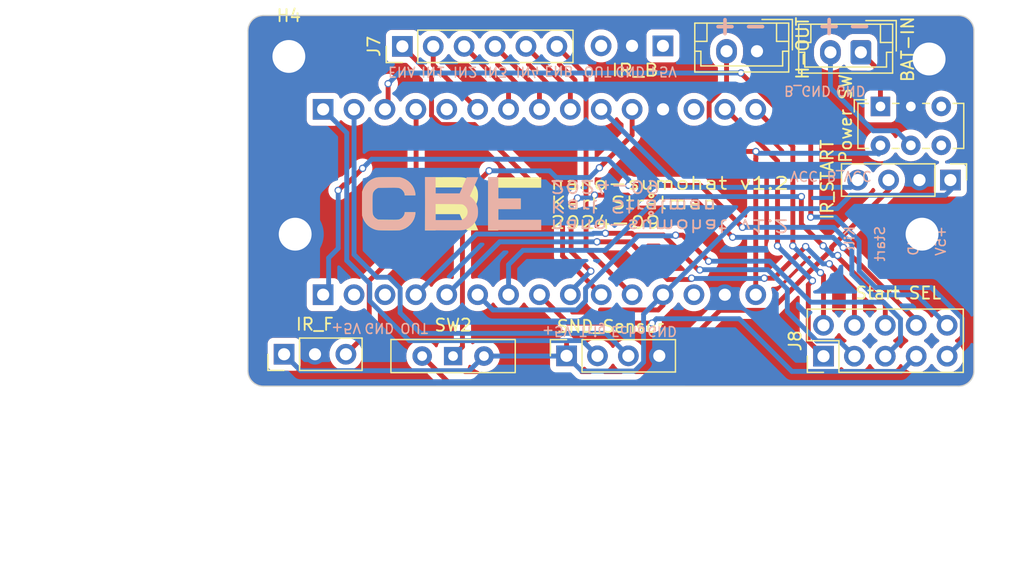
<source format=kicad_pcb>
(kicad_pcb (version 20240108) (generator "pcbnew") (generator_version "8.0")
  (title_block (date "sam. 04 avril 2015"))
  (layers (0 "F.Cu" signal) (31 "B.Cu" signal) (34 "B.Paste" user) (35 "F.Paste" user) (36 "B.SilkS" user "B.Silkscreen") (37 "F.SilkS" user "F.Silkscreen") (38 "B.Mask" user) (39 "F.Mask" user) (44 "Edge.Cuts" user))
  (net 0 "")
  (net 1 "GND")
  (net 2 "/~{RESET1}")
  (net 3 "VCC")
  (net 4 "/*D9")
  (net 5 "/D8")
  (net 6 "/D7")
  (net 7 "/*D6")
  (net 8 "/*D5")
  (net 9 "/D4")
  (net 10 "+5V")
  (net 11 "/A3")
  (net 12 "/A2")
  (net 13 "/A1")
  (net 14 "/A0")
  (net 15 "/AREF")
  (net 16 "/D0{slash}RX")
  (net 17 "/D1{slash}TX")
  (net 18 "+3V3")
  (net 19 "/A7")
  (net 20 "/A6")
  (net 21 "/A5{slash}SCL")
  (net 22 "/A4{slash}SDA")
  (net 23 "/D13{slash}SCK")
  (net 24 "/D2")
  (net 25 "/*D3")
  (net 26 "/*D10{slash}SS")
  (net 27 "/*D11{slash}MOSI")
  (net 28 "/D12{slash}MISO")
  (net 29 "/~{RESET2}")
  (net 30 "/BAT_GND")
  (net 31 "/BAT_VCC")
  (net 34 "/START")
  (footprint "Connector_PinSocket_2.54mm:PinSocket_1x15_P2.54mm_Vertical" (layer "F.Cu") (at 106.19 92.476429 90)
    (property "Reference" "J1" (hide yes))
    (property "Value" "Analog")
    (pad "1" thru_hole rect (at 0 0 90) (size 1.7 1.7) (drill 1) (layers "*.Cu" "*.Mask") (net 23 "/D13{slash}SCK"))
    (pad "2" thru_hole oval (at 0 2.54 90) (size 1.7 1.7) (drill 1) (layers "*.Cu" "*.Mask") (net 18 "+3V3"))
    (pad "3" thru_hole oval (at 0 5.08 90) (size 1.7 1.7) (drill 1) (layers "*.Cu" "*.Mask") (net 15 "/AREF"))
    (pad "4" thru_hole oval (at 0 7.62 90) (size 1.7 1.7) (drill 1) (layers "*.Cu" "*.Mask") (net 14 "/A0"))
    (pad "5" thru_hole oval (at 0 10.16 90) (size 1.7 1.7) (drill 1) (layers "*.Cu" "*.Mask") (net 13 "/A1"))
    (pad "6" thru_hole oval (at 0 12.7 90) (size 1.7 1.7) (drill 1) (layers "*.Cu" "*.Mask") (net 12 "/A2"))
    (pad "7" thru_hole oval (at 0 15.24 90) (size 1.7 1.7) (drill 1) (layers "*.Cu" "*.Mask") (net 11 "/A3"))
    (pad "8" thru_hole oval (at 0 17.78 90) (size 1.7 1.7) (drill 1) (layers "*.Cu" "*.Mask") (net 22 "/A4{slash}SDA"))
    (pad "9" thru_hole oval (at 0 20.32 90) (size 1.7 1.7) (drill 1) (layers "*.Cu" "*.Mask") (net 21 "/A5{slash}SCL"))
    (pad "10" thru_hole oval (at 0 22.86 90) (size 1.7 1.7) (drill 1) (layers "*.Cu" "*.Mask") (net 20 "/A6"))
    (pad "11" thru_hole oval (at 0 25.4 90) (size 1.7 1.7) (drill 1) (layers "*.Cu" "*.Mask") (net 19 "/A7"))
    (pad "12" thru_hole oval (at 0 27.94 90) (size 1.7 1.7) (drill 1) (layers "*.Cu" "*.Mask") (net 10 "+5V"))
    (pad "13" thru_hole oval (at 0 30.48 90) (size 1.7 1.7) (drill 1) (layers "*.Cu" "*.Mask") (net 2 "/~{RESET1}"))
    (pad "14" thru_hole oval (at 0 33.02 90) (size 1.7 1.7) (drill 1) (layers "*.Cu" "*.Mask") (net 1 "GND"))
    (pad "15" thru_hole oval (at 0 35.56 90) (size 1.7 1.7) (drill 1) (layers "*.Cu" "*.Mask") (net 3 "VCC"))
  )
  (footprint "Connector_PinSocket_2.54mm:PinSocket_1x15_P2.54mm_Vertical" (layer "F.Cu") (at 106.19 77.236429 90)
    (property "Reference" "J2" (hide yes))
    (property "Value" "Digital")
    (pad "1" thru_hole rect (at 0 0 90) (size 1.7 1.7) (drill 1) (layers "*.Cu" "*.Mask") (net 28 "/D12{slash}MISO"))
    (pad "2" thru_hole oval (at 0 2.54 90) (size 1.7 1.7) (drill 1) (layers "*.Cu" "*.Mask") (net 27 "/*D11{slash}MOSI"))
    (pad "3" thru_hole oval (at 0 5.08 90) (size 1.7 1.7) (drill 1) (layers "*.Cu" "*.Mask") (net 26 "/*D10{slash}SS"))
    (pad "4" thru_hole oval (at 0 7.62 90) (size 1.7 1.7) (drill 1) (layers "*.Cu" "*.Mask") (net 4 "/*D9"))
    (pad "5" thru_hole oval (at 0 10.16 90) (size 1.7 1.7) (drill 1) (layers "*.Cu" "*.Mask") (net 5 "/D8"))
    (pad "6" thru_hole oval (at 0 12.7 90) (size 1.7 1.7) (drill 1) (layers "*.Cu" "*.Mask") (net 6 "/D7"))
    (pad "7" thru_hole oval (at 0 15.24 90) (size 1.7 1.7) (drill 1) (layers "*.Cu" "*.Mask") (net 7 "/*D6"))
    (pad "8" thru_hole oval (at 0 17.78 90) (size 1.7 1.7) (drill 1) (layers "*.Cu" "*.Mask") (net 8 "/*D5"))
    (pad "9" thru_hole oval (at 0 20.32 90) (size 1.7 1.7) (drill 1) (layers "*.Cu" "*.Mask") (net 9 "/D4"))
    (pad "10" thru_hole oval (at 0 22.86 90) (size 1.7 1.7) (drill 1) (layers "*.Cu" "*.Mask") (net 25 "/*D3"))
    (pad "11" thru_hole oval (at 0 25.4 90) (size 1.7 1.7) (drill 1) (layers "*.Cu" "*.Mask") (net 24 "/D2"))
    (pad "12" thru_hole oval (at 0 27.94 90) (size 1.7 1.7) (drill 1) (layers "*.Cu" "*.Mask") (net 1 "GND"))
    (pad "13" thru_hole oval (at 0 30.48 90) (size 1.7 1.7) (drill 1) (layers "*.Cu" "*.Mask") (net 29 "/~{RESET2}"))
    (pad "14" thru_hole oval (at 0 33.02 90) (size 1.7 1.7) (drill 1) (layers "*.Cu" "*.Mask") (net 16 "/D0{slash}RX"))
    (pad "15" thru_hole oval (at 0 35.56 90) (size 1.7 1.7) (drill 1) (layers "*.Cu" "*.Mask") (net 17 "/D1{slash}TX"))
  )
  (footprint "Connector_JST:JST_EH_B2B-EH-A_1x02_P2.50mm_Vertical" (layer "F.Cu") (at 150.39 72.55 180)
    (property "Reference" "J9" (hide yes))
    (property "Value" "BAT-IN" (at -3.85 0.25 -90) (layer "F.SilkS"))
    (pad "1" thru_hole roundrect (at 0 0 180) (size 1.7 2) (drill 1) (layers "*.Cu" "*.Mask") (roundrect_rratio 0.1470588235) (net 30 "/BAT_GND"))
    (pad "2" thru_hole oval (at 2.5 0 180) (size 1.7 2) (drill 1) (layers "*.Cu" "*.Mask") (net 31 "/BAT_VCC"))
  )
  (footprint "MountingHole:MountingHole_2.7mm_M2.5_DIN965_Pad_TopBottom" (layer "F.Cu") (at 156 73.1)
    (property "Reference" "H2" (hide yes))
    (property "Value" "MountingHole")
    (pad "1" thru_hole circle (at 0 0) (size 3.1 3.1) (drill 2.7) (layers "*.Cu" "*.Mask") (net 1 "GND"))
    (pad "1" connect circle (at 0 0) (size 4.7 4.7) (layers "F.Cu" "F.Mask") (net 1 "GND"))
    (pad "1" connect circle (at 0 0) (size 4.7 4.7) (layers "B.Cu" "B.Mask") (net 1 "GND"))
  )
  (footprint "Connector_PinHeader_2.54mm:PinHeader_1x03_P2.54mm_Vertical" (layer "F.Cu") (at 102.98 97.37 90)
    (property "Reference" "J5" (hide yes))
    (property "Value" "IR_F" (at 2.46 2.525 180) (layer "F.SilkS"))
    (pad "1" thru_hole rect (at 0 0 90) (size 1.7 1.7) (drill 1) (layers "*.Cu" "*.Mask") (net 10 "+5V"))
    (pad "2" thru_hole oval (at 0 2.54 90) (size 1.7 1.7) (drill 1) (layers "*.Cu" "*.Mask") (net 1 "GND"))
    (pad "3" thru_hole oval (at 0 5.08 90) (size 1.7 1.7) (drill 1) (layers "*.Cu" "*.Mask") (net 4 "/*D9"))
  )
  (footprint "Button_Switch_THT:SW_E-Switch_EG1271_SPDT" (layer "F.Cu") (at 152 77)
    (property "Reference" "SW1" (hide yes))
    (property "Value" "Power SW" (at -2.8625 0.99 90) (layer "F.SilkS"))
    (pad "1" thru_hole rect (at 0 0) (size 1.6 1.6) (drill 0.8) (layers "*.Cu" "*.Mask") (net 30 "/BAT_GND"))
    (pad "2" thru_hole circle (at 2.5 0) (size 1.6 1.6) (drill 0.8) (layers "*.Cu" "*.Mask") (net 1 "GND"))
    (pad "3" thru_hole circle (at 5 0) (size 1.6 1.6) (drill 0.8) (layers "*.Cu" "*.Mask"))
    (pad "4" thru_hole circle (at 0 3.2) (size 1.6 1.6) (drill 0.8) (layers "*.Cu" "*.Mask") (net 3 "VCC"))
    (pad "5" thru_hole circle (at 2.5 3.2) (size 1.6 1.6) (drill 0.8) (layers "*.Cu" "*.Mask") (net 31 "/BAT_VCC"))
    (pad "6" thru_hole circle (at 5 3.2) (size 1.6 1.6) (drill 0.8) (layers "*.Cu" "*.Mask"))
  )
  (footprint "MountingHole:MountingHole_2.7mm_M2.5_DIN965_Pad_TopBottom" (layer "F.Cu") (at 155.42 87.5)
    (property "Reference" "H3" (hide yes))
    (property "Value" "MountingHole")
    (pad "1" thru_hole circle (at 0 0) (size 3.1 3.1) (drill 2.7) (layers "*.Cu" "*.Mask") (net 1 "GND"))
    (pad "1" connect circle (at 0 0) (size 4.7 4.7) (layers "F.Cu" "F.Mask") (net 1 "GND"))
    (pad "1" connect circle (at 0 0) (size 4.7 4.7) (layers "B.Cu" "B.Mask") (net 1 "GND"))
  )
  (footprint "Connector_PinSocket_2.54mm:PinSocket_1x04_P2.54mm_Vertical" (layer "F.Cu") (at 126.2 97.5 90)
    (property "Reference" "J6" (hide yes))
    (property "Value" "SND_Sensor" (at 2.414 3.61 180) (layer "F.SilkS"))
    (pad "1" thru_hole rect (at 0 0 90) (size 1.7 1.7) (drill 1) (layers "*.Cu" "*.Mask") (net 10 "+5V"))
    (pad "2" thru_hole oval (at 0 2.54 90) (size 1.7 1.7) (drill 1) (layers "*.Cu" "*.Mask") (net 28 "/D12{slash}MISO"))
    (pad "3" thru_hole oval (at 0 5.08 90) (size 1.7 1.7) (drill 1) (layers "*.Cu" "*.Mask") (net 27 "/*D11{slash}MOSI"))
    (pad "4" thru_hole oval (at 0 7.62 90) (size 1.7 1.7) (drill 1) (layers "*.Cu" "*.Mask") (net 1 "GND"))
  )
  (footprint "Connector_PinHeader_2.54mm:PinHeader_1x06_P2.54mm_Vertical" (layer "F.Cu") (at 112.7 72.06 90)
    (property "Reference" "J7" (at 0 -2.33 90) (layer "F.SilkS"))
    (property "Value" "Motor")
    (pad "1" thru_hole rect (at 0 0 90) (size 1.7 1.7) (drill 1) (layers "*.Cu" "*.Mask") (net 20 "/A6"))
    (pad "2" thru_hole oval (at 0 2.54 90) (size 1.7 1.7) (drill 1) (layers "*.Cu" "*.Mask") (net 6 "/D7"))
    (pad "3" thru_hole oval (at 0 5.08 90) (size 1.7 1.7) (drill 1) (layers "*.Cu" "*.Mask") (net 7 "/*D6"))
    (pad "4" thru_hole oval (at 0 7.62 90) (size 1.7 1.7) (drill 1) (layers "*.Cu" "*.Mask") (net 8 "/*D5"))
    (pad "5" thru_hole oval (at 0 10.16 90) (size 1.7 1.7) (drill 1) (layers "*.Cu" "*.Mask") (net 9 "/D4"))
    (pad "6" thru_hole oval (at 0 12.7 90) (size 1.7 1.7) (drill 1) (layers "*.Cu" "*.Mask") (net 19 "/A7"))
  )
  (footprint "MountingHole:MountingHole_2.7mm_M2.5_DIN965_Pad_TopBottom" (layer "F.Cu") (at 103.37 72.89)
    (property "Reference" "H4" (at 0 -3.35 0) (layer "F.SilkS"))
    (property "Value" "MountingHole")
    (pad "1" thru_hole circle (at 0 0) (size 3.1 3.1) (drill 2.7) (layers "*.Cu" "*.Mask") (net 1 "GND"))
    (pad "1" connect circle (at 0 0) (size 4.7 4.7) (layers "F.Cu" "F.Mask") (net 1 "GND"))
    (pad "1" connect circle (at 0 0) (size 4.7 4.7) (layers "B.Cu" "B.Mask") (net 1 "GND"))
  )
  (footprint "Connector_PinHeader_2.54mm:PinHeader_1x04_P2.54mm_Vertical" (layer "F.Cu") (at 157.75 83.05 -90)
    (property "Reference" "J3" (hide yes))
    (property "Value" "IR_START" (at -0.04 10.12 -90) (layer "F.SilkS"))
    (pad "1" thru_hole rect (at 0 0 270) (size 1.7 1.7) (drill 1) (layers "*.Cu" "*.Mask") (net 10 "+5V"))
    (pad "2" thru_hole oval (at 0 2.54 270) (size 1.7 1.7) (drill 1) (layers "*.Cu" "*.Mask") (net 1 "GND"))
    (pad "3" thru_hole oval (at 0 5.08 270) (size 1.7 1.7) (drill 1) (layers "*.Cu" "*.Mask") (net 34 "/START"))
    (pad "4" thru_hole oval (at 0 7.62 270) (size 1.7 1.7) (drill 1) (layers "*.Cu" "*.Mask") (net 25 "/*D3"))
  )
  (footprint "Button_Switch_THT:SW_Slide-03_Wuerth-WS-SLTV_10x2.5x6.4_P2.54mm" (layer "F.Cu") (at 116.87 97.52)
    (property "Reference" "SW2" (at 0 -2.54 0) (layer "F.SilkS"))
    (property "Value" "~")
    (pad "1" thru_hole rect (at 0 0) (size 1.5 1.5) (drill 0.8) (layers "*.Cu" "*.Mask") (net 24 "/D2"))
    (pad "2" thru_hole circle (at -2.54 0) (size 1.6 1.6) (drill 0.8) (layers "*.Cu" "*.Mask") (net 34 "/START"))
    (pad "3" thru_hole circle (at 2.54 0) (size 1.6 1.6) (drill 0.8) (layers "*.Cu" "*.Mask") (net 10 "+5V"))
  )
  (footprint "Connector_PinHeader_2.54mm:PinHeader_1x03_P2.54mm_Vertical" (layer "F.Cu") (at 134.12 72.02 -90)
    (property "Reference" "J4" (hide yes))
    (property "Value" "IR_B" (at 2 2.29 0) (layer "F.SilkS") (effects (font (size 1 1.2))))
    (pad "1" thru_hole rect (at 0 0 270) (size 1.7 1.7) (drill 1) (layers "*.Cu" "*.Mask") (net 10 "+5V"))
    (pad "2" thru_hole oval (at 0 2.54 270) (size 1.7 1.7) (drill 1) (layers "*.Cu" "*.Mask") (net 1 "GND"))
    (pad "3" thru_hole oval (at 0 5.08 270) (size 1.7 1.7) (drill 1) (layers "*.Cu" "*.Mask") (net 5 "/D8"))
  )
  (footprint "Connector_JST:JST_EH_B2B-EH-A_1x02_P2.50mm_Vertical" (layer "F.Cu") (at 141.85 72.46 180)
    (property "Reference" "J10" (hide yes))
    (property "Value" "H-OUT" (at -3.75 0.25 -90) (layer "F.SilkS"))
    (pad "1" thru_hole roundrect (at 0 0 180) (size 1.7 2) (drill 1) (layers "*.Cu" "*.Mask") (roundrect_rratio 0.1470588235) (net 1 "GND"))
    (pad "2" thru_hole oval (at 2.5 0 180) (size 1.7 2) (drill 1) (layers "*.Cu" "*.Mask") (net 3 "VCC"))
  )
  (footprint "Connector_PinHeader_2.54mm:PinHeader_2x05_P2.54mm_Vertical" (layer "F.Cu") (at 147.32 97.53 90)
    (property "Reference" "J8" (at 1.27 -2.33 90) (layer "F.SilkS"))
    (property "Value" "Extension")
    (pad "1" thru_hole rect (at 0 0 90) (size 1.7 1.7) (drill 1) (layers "*.Cu" "*.Mask") (net 16 "/D0{slash}RX"))
    (pad "2" thru_hole oval (at 2.54 0 90) (size 1.7 1.7) (drill 1) (layers "*.Cu" "*.Mask") (net 17 "/D1{slash}TX"))
    (pad "3" thru_hole oval (at 0 2.54 90) (size 1.7 1.7) (drill 1) (layers "*.Cu" "*.Mask") (net 14 "/A0"))
    (pad "4" thru_hole oval (at 2.54 2.54 90) (size 1.7 1.7) (drill 1) (layers "*.Cu" "*.Mask") (net 13 "/A1"))
    (pad "5" thru_hole oval (at 0 5.08 90) (size 1.7 1.7) (drill 1) (layers "*.Cu" "*.Mask") (net 12 "/A2"))
    (pad "6" thru_hole oval (at 2.54 5.08 90) (size 1.7 1.7) (drill 1) (layers "*.Cu" "*.Mask") (net 11 "/A3"))
    (pad "7" thru_hole oval (at 0 7.62 90) (size 1.7 1.7) (drill 1) (layers "*.Cu" "*.Mask") (net 22 "/A4{slash}SDA"))
    (pad "8" thru_hole oval (at 2.54 7.62 90) (size 1.7 1.7) (drill 1) (layers "*.Cu" "*.Mask") (net 21 "/A5{slash}SCL"))
    (pad "9" thru_hole oval (at 0 10.16 90) (size 1.7 1.7) (drill 1) (layers "*.Cu" "*.Mask") (net 26 "/*D10{slash}SS"))
    (pad "10" thru_hole oval (at 2.54 10.16 90) (size 1.7 1.7) (drill 1) (layers "*.Cu" "*.Mask") (net 23 "/D13{slash}SCK"))
  )
  (footprint "crf:crf_15x15" (layer "F.Cu") (at 116.75 85)
    (property "Reference" "G***" (hide yes))
    (property "Value" "LOGO" (hide yes))
  )
  (footprint "MountingHole:MountingHole_2.7mm_M2.5_DIN965_Pad_TopBottom" (layer "F.Cu") (at 103.89 87.5)
    (property "Reference" "H1" (hide yes))
    (property "Value" "MountingHole")
    (pad "1" thru_hole circle (at 0 0) (size 3.1 3.1) (drill 2.7) (layers "*.Cu" "*.Mask") (net 1 "GND"))
    (pad "1" connect circle (at 0 0) (size 4.7 4.7) (layers "F.Cu" "F.Mask") (net 1 "GND"))
    (pad "1" connect circle (at 0 0) (size 4.7 4.7) (layers "B.Cu" "B.Mask") (net 1 "GND"))
  )
  (footprint "crf:crf_15x15" (layer "B.Cu") (at 116.75 85)
    (property "Reference" "G***" (hide yes))
    (property "Value" "LOGO" (hide yes))
  )
  (gr_arc (start 159.69 98.73) (mid 159.318026 99.628026) (end 158.42 100) (stroke (width 0.1)) (layer "Edge.Cuts"))
  (gr_line (start 158.42 69.52) (end 101.27 69.52) (stroke (width 0.1)) (layer "Edge.Cuts"))
  (gr_arc (start 101.27 100) (mid 100.371974 99.628026) (end 100 98.73) (stroke (width 0.1)) (layer "Edge.Cuts"))
  (gr_line (start 101.27 100) (end 158.42 100) (stroke (width 0.1)) (layer "Edge.Cuts"))
  (gr_line (start 159.69 98.73) (end 159.69 70.79) (stroke (width 0.1)) (layer "Edge.Cuts"))
  (gr_arc (start 158.42 69.52) (mid 159.318026 69.891974) (end 159.69 70.79) (stroke (width 0.1)) (layer "Edge.Cuts"))
  (gr_line (start 100 70.79) (end 100 98.73) (stroke (width 0.1)) (layer "Edge.Cuts"))
  (gr_arc (start 100 70.79) (mid 100.371974 69.891974) (end 101.27 69.52) (stroke (width 0.1)) (layer "Edge.Cuts"))
  (gr_text "B_GND" (at 144 75.25 180) (layer "B.SilkS") (effects (font (size 0.8 0.8) (thickness 0.125) (bold yes)) (justify left bottom mirror)))
  (gr_text "IN4" (at 121.945 73.68 180) (layer "B.SilkS") (effects (font (size 0.8 0.8) (thickness 0.125) (bold yes)) (justify left bottom mirror)))
  (gr_text "IN3" (at 119.27 73.68 180) (layer "B.SilkS") (effects (font (size 0.8 0.8) (thickness 0.125) (bold yes)) (justify left bottom mirror)))
  (gr_text "+5V" (at 157.43 86.75 90) (layer "B.SilkS") (effects (font (size 0.8 0.8) (thickness 0.125) (bold yes)) (justify left bottom mirror)))
  (gr_text "ENB" (at 124.3 73.61 180) (layer "B.SilkS") (effects (font (size 0.8 0.8) (thickness 0.125) (bold yes)) (justify left bottom mirror)))
  (gr_text "GND" (at 130.13 73.66 180) (layer "B.SilkS") (effects (font (size 0.8 0.8) (thickness 0.125) (bold yes)) (justify left bottom mirror)))
  (gr_text "GND" (at 132.75 95 180) (layer "B.SilkS") (effects (font (size 0.8 0.8) (thickness 0.125) (bold yes)) (justify left bottom mirror)))
  (gr_text "+5V" (at 106.775 94.75 180) (layer "B.SilkS") (effects (font (size 0.8 0.8) (thickness 0.125) (bold yes)) (justify left bottom mirror)))
  (gr_text "-" (at 142.86 71.21 -0) (layer "B.SilkS") (effects (font (size 1.5 1.5) (thickness 0.3) (bold yes)) (justify left bottom mirror)))
  (gr_text "+5V" (at 132.73 73.66 180) (layer "B.SilkS") (effects (font (size 0.8 0.8) (thickness 0.125) (bold yes)) (justify left bottom mirror)))
  (gr_text "B_VCC" (at 147.5 82.25 180) (layer "B.SilkS") (effects (font (size 0.8 0.8) (thickness 0.125) (bold yes)) (justify left bottom mirror)))
  (gr_text "Kill" (at 149.93 86.75 90) (layer "B.SilkS") (effects (font (size 0.8 0.8) (thickness 0.125) (bold yes)) (justify left bottom mirror)))
  (gr_text "+" (at 140.35 71.21 -0) (layer "B.SilkS") (effects (font (size 1.5 1.5) (thickness 0.3) (bold yes)) (justify left bottom mirror)))
  (gr_text "Echo" (at 129.775 95 180) (layer "B.SilkS") (effects (font (size 0.8 0.8) (thickness 0.125) (bold yes)) (justify left bottom mirror)))
  (gr_text "Trig" (at 127.175 95 180) (layer "B.SilkS") (effects (font (size 0.8 0.8) (thickness 0.125) (bold yes)) (justify left bottom mirror)))
  (gr_text "IN2" (at 116.795 73.68 180) (layer "B.SilkS") (effects (font (size 0.8 0.8) (thickness 0.125) (bold yes)) (justify left bottom mirror)))
  (gr_text "OUT" (at 127.53 73.66 180) (layer "B.SilkS") (effects (font (size 0.8 0.8) (thickness 0.125) (bold yes)) (justify left bottom mirror)))
  (gr_text "GND" (at 109.5 94.75 180) (layer "B.SilkS") (effects (font (size 0.8 0.8) (thickness 0.125) (bold yes)) (justify left bottom mirror)))
  (gr_text "OUT" (at 112.45 94.75 180) (layer "B.SilkS") (effects (font (size 0.8 0.8) (thickness 0.125) (bold yes)) (justify left bottom mirror)))
  (gr_text "ENA" (at 111.45 73.68 180) (layer "B.SilkS") (effects (font (size 0.8 0.8) (thickness 0.125) (bold yes)) (justify left bottom mirror)))
  (gr_text "+" (at 148.91 71.2 -0) (layer "B.SilkS") (effects (font (size 1.5 1.5) (thickness 0.3) (bold yes)) (justify left bottom mirror)))
  (gr_text "-" (at 151.41 71.2 -0) (layer "B.SilkS") (effects (font (size 1.5 1.5) (thickness 0.3) (bold yes)) (justify left bottom mirror)))
  (gr_text "GND" (at 155.18 86.75 90) (layer "B.SilkS") (effects (font (size 0.8 0.8) (thickness 0.125) (bold yes)) (justify left bottom mirror)))
  (gr_text "IN1" (at 114.17 73.68 180) (layer "B.SilkS") (effects (font (size 0.8 0.8) (thickness 0.125) (bold yes)) (justify left bottom mirror)))
  (gr_text "VCC" (at 144.5 82.25 180) (layer "B.SilkS") (effects (font (size 0.8 0.8) (thickness 0.125) (bold yes)) (justify left bottom mirror)))
  (gr_text "GND" (at 148.25 75.25 180) (layer "B.SilkS") (effects (font (size 0.8 0.8) (thickness 0.125) (bold yes)) (justify left bottom mirror)))
  (gr_text "Start" (at 152.43 86.75 90) (layer "B.SilkS") (effects (font (size 0.8 0.8) (thickness 0.125) (bold yes)) (justify left bottom mirror)))
  (gr_text "nano-sumohat v1.2\nKarl Strålman\n2024-09" (at 124.75 83 180) (layer "B.SilkS") (effects (font (size 1 1.3)) (justify left bottom mirror)))
  (gr_text "+5V" (at 124.1 95 180) (layer "B.SilkS") (effects (font (size 0.8 0.8) (thickness 0.125) (bold yes)) (justify left bottom mirror)))
  (gr_text "nano-sumohat v1.2\nKarl Strålman\n2024-09" (at 124.77 87.13 0) (layer "F.SilkS") (effects (font (size 1 1.3)) (justify left bottom)))
  (gr_text "Start SEL" (at 153.47 92.34 0) (layer "F.SilkS") (effects (font (size 1 1))))
  (segment (start 137.92 78.17) (end 137.92 76.67) (width 0.4) (layer "F.Cu") (net 3))
  (segment (start 141.76 80.7) (end 140.45 80.7) (width 0.4) (layer "F.Cu") (net 3))
  (segment (start 139.35 75.24) (end 139.35 72.46) (width 0.4) (layer "F.Cu") (net 3))
  (segment (start 140.45 80.7) (end 137.92 78.17) (width 0.4) (layer "F.Cu") (net 3))
  (segment (start 137.92 76.67) (end 139.35 75.24) (width 0.4) (layer "F.Cu") (net 3))
  (segment (start 141.75 81.3) (end 141.75 92.476429) (width 0.4) (layer "F.Cu") (net 3))
  (segment (start 141.76 81.29) (end 141.75 81.3) (width 0.4) (layer "F.Cu") (net 3))
  (segment (start 141.76 80.7) (end 141.76 81.29) (width 0.4) (layer "F.Cu") (net 3))
  (via (at 141.76 80.7) (size 0.6) (drill 0.4) (layers "F.Cu" "B.Cu") (net 3))
  (segment (start 141.76 80.7) (end 141.91 80.85) (width 0.4) (layer "B.Cu") (net 3))
  (segment (start 141.91 80.85) (end 151.7825 80.85) (width 0.4) (layer "B.Cu") (net 3))
  (segment (start 151.7825 80.85) (end 151.8525 80.92) (width 0.4) (layer "B.Cu") (net 3))
  (segment (start 109.98 95.45) (end 108.06 97.37) (width 0.4) (layer "F.Cu") (net 4))
  (segment (start 113.81 77.236429) (end 113.83 77.256429) (width 0.4) (layer "F.Cu") (net 4))
  (segment (start 109.98 91.32) (end 109.98 95.45) (width 0.4) (layer "F.Cu") (net 4))
  (segment (start 113.83 77.256429) (end 113.83 87.47) (width 0.4) (layer "F.Cu") (net 4))
  (segment (start 113.83 87.47) (end 109.98 91.32) (width 0.4) (layer "F.Cu") (net 4))
  (segment (start 118.96 77.166429) (end 118.89 77.236429) (width 0.4) (layer "F.Cu") (net 6))
  (segment (start 115.24 73.586429) (end 118.89 77.236429) (width 0.4) (layer "F.Cu") (net 6))
  (segment (start 115.24 72.06) (end 115.24 73.586429) (width 0.4) (layer "F.Cu") (net 6))
  (segment (start 121.43 75.71) (end 121.43 77.236429) (width 0.4) (layer "F.Cu") (net 7))
  (segment (start 121.5 77.166429) (end 121.43 77.236429) (width 0.4) (layer "F.Cu") (net 7))
  (segment (start 117.78 72.06) (end 121.43 75.71) (width 0.4) (layer "F.Cu") (net 7))
  (segment (start 121.503571 77.236429) (end 121.43 77.236429) (width 0.4) (layer "B.Cu") (net 7))
  (segment (start 120.32 72.06) (end 123.97 75.71) (width 0.4) (layer "F.Cu") (net 8))
  (segment (start 124.04 77.166429) (end 123.97 77.236429) (width 0.4) (layer "F.Cu") (net 8))
  (segment (start 123.97 75.71) (end 123.97 77.236429) (width 0.4) (layer "F.Cu") (net 8))
  (segment (start 124.043571 77.236429) (end 123.97 77.236429) (width 0.4) (layer "B.Cu") (net 8))
  (segment (start 126.58 77.166429) (end 126.51 77.236429) (width 0.4) (layer "F.Cu") (net 9))
  (segment (start 126.51 75.71) (end 126.51 77.236429) (width 0.4) (layer "F.Cu") (net 9))
  (segment (start 122.86 72.06) (end 126.51 75.71) (width 0.4) (layer "F.Cu") (net 9))
  (segment (start 126.583571 77.236429) (end 126.51 77.236429) (width 0.4) (layer "B.Cu") (net 9))
  (segment (start 133.733571 93.726429) (end 134.13 93.33) (width 0.4) (layer "F.Cu") (net 10))
  (segment (start 128.983571 93.726429) (end 133.733571 93.726429) (width 0.4) (layer "F.Cu") (net 10))
  (segment (start 126.2 97.5) (end 126.2 96.51) (width 0.4) (layer "F.Cu") (net 10))
  (segment (start 134.13 93.33) (end 134.13 92.476429) (width 0.4) (layer "F.Cu") (net 10))
  (segment (start 102.89 97.28) (end 102.98 97.37) (width 0.4) (layer "F.Cu") (net 10))
  (segment (start 126.2 96.71) (end 126.2 97.5) (width 0.4) (layer "F.Cu") (net 10))
  (segment (start 148.438173 85.4) (end 149.538173 84.3) (width 0.4) (layer "B.Cu") (net 10))
  (segment (start 118.21 98.72) (end 119.41 97.52) (width 0.4) (layer "B.Cu") (net 10))
  (segment (start 134.13 92.476429) (end 141.206429 85.4) (width 0.4) (layer "B.Cu") (net 10))
  (segment (start 102.98 97.37) (end 104.33 98.72) (width 0.4) (layer "B.Cu") (net 10))
  (segment (start 141.206429 85.4) (end 148.438173 85.4) (width 0.4) (layer "B.Cu") (net 10))
  (segment (start 132.53 94.076429) (end 134.13 92.476429) (width 0.4) (layer "B.Cu") (net 10))
  (segment (start 126.18 97.52) (end 126.2 97.5) (width 0.4) (layer "B.Cu") (net 10))
  (segment (start 132.53 98.017767) (end 132.53 94.076429) (width 0.4) (layer "B.Cu") (net 10))
  (segment (start 104.33 98.72) (end 118.21 98.72) (width 0.4) (layer "B.Cu") (net 10))
  (segment (start 127.45 98.75) (end 131.797767 98.75) (width 0.4) (layer "B.Cu") (net 10))
  (segment (start 149.538173 84.3) (end 157.34 84.3) (width 0.4) (layer "B.Cu") (net 10))
  (segment (start 119.41 97.52) (end 126.18 97.52) (width 0.4) (layer "B.Cu") (net 10))
  (segment (start 131.797767 98.75) (end 132.53 98.017767) (width 0.4) (layer "B.Cu") (net 10))
  (segment (start 157.34 84.3) (end 157.83 83.81) (width 0.4) (layer "B.Cu") (net 10))
  (segment (start 126.2 97.5) (end 127.45 98.75) (width 0.4) (layer "B.Cu") (net 10))
  (segment (start 147.29 88.46) (end 145.5 86.67) (width 0.4) (layer "F.Cu") (net 11))
  (segment (start 152.4 93.27) (end 152.4 94.99) (width 0.4) (layer "F.Cu") (net 11))
  (segment (start 145.5 86.67) (end 145.5 84.41) (width 0.4) (layer "F.Cu") (net 11))
  (segment (start 148.482878 89.247023) (end 148.482878 89.352878) (width 0.4) (layer "F.Cu") (net 11))
  (segment (start 148.482878 89.352878) (end 152.4 93.27) (width 0.4) (layer "F.Cu") (net 11))
  (via (at 145.5 84.41) (size 0.6) (drill 0.4) (layers "F.Cu" "B.Cu") (net 11))
  (via (at 148.482878 89.247023) (size 0.6) (drill 0.4) (layers "F.Cu" "B.Cu") (net 11))
  (via (at 147.29 88.46) (size 0.6) (drill 0.4) (layers "F.Cu" "B.Cu") (net 11))
  (segment (start 145.5 84.41) (end 133.78 84.41) (width 0.4) (layer "B.Cu") (net 11))
  (segment (start 148.482878 89.247023) (end 148.077023 89.247023) (width 0.4) (layer "B.Cu") (net 11))
  (segment (start 122.611811 88.828189) (end 121.43 90.01) (width 0.4) (layer "B.Cu") (net 11))
  (segment (start 121.43 90.01) (end 121.43 92.476429) (width 0.4) (layer "B.Cu") (net 11))
  (segment (start 148.077023 89.247023) (end 147.29 88.46) (width 0.4) (layer "B.Cu") (net 11))
  (segment (start 129.361811 88.828189) (end 122.611811 88.828189) (width 0.4) (layer "B.Cu") (net 11))
  (segment (start 133.78 84.41) (end 129.361811 88.828189) (width 0.4) (layer "B.Cu") (net 11))
  (segment (start 135.741402 87.585025) (end 137.876378 89.720001) (width 0.4) (layer "F.Cu") (net 12))
  (segment (start 135.164975 87.585025) (end 135.741402 87.585025) (width 0.4) (layer "F.Cu") (net 12))
  (via (at 137.876378 89.720001) (size 0.6) (drill 0.4) (layers "F.Cu" "B.Cu") (net 12))
  (via (at 135.164975 87.585025) (size 0.6) (drill 0.4) (layers "F.Cu" "B.Cu") (net 12))
  (segment (start 152.267767 93.09) (end 146.258528 93.09) (width 0.4) (layer "B.Cu") (net 12))
  (segment (start 153.65 94.472233) (end 152.267767 93.09) (width 0.4) (layer "B.Cu") (net 12))
  (segment (start 135.11 87.64) (end 132.078662 87.64) (width 0.4) (layer "B.Cu") (net 12))
  (segment (start 127.027767 93.726429) (end 120.14 93.726429) (width 0.4) (layer "B.Cu") (net 12))
  (segment (start 120.14 93.726429) (end 118.89 92.476429) (width 0.4) (layer "B.Cu") (net 12))
  (segment (start 132.078662 87.64) (end 127.76 91.958662) (width 0.4) (layer "B.Cu") (net 12))
  (segment (start 135.164975 87.585025) (end 135.11 87.64) (width 0.4) (layer "B.Cu") (net 12))
  (segment (start 142.888529 89.720001) (end 137.876378 89.720001) (width 0.4) (layer "B.Cu") (net 12))
  (segment (start 127.76 92.994196) (end 127.027767 93.726429) (width 0.4) (layer "B.Cu") (net 12))
  (segment (start 153.65 96.28) (end 153.65 94.472233) (width 0.4) (layer "B.Cu") (net 12))
  (segment (start 127.76 91.958662) (end 127.76 92.994196) (width 0.4) (layer "B.Cu") (net 12))
  (segment (start 152.4 97.53) (end 153.65 96.28) (width 0.4) (layer "B.Cu") (net 12))
  (segment (start 146.258528 93.09) (end 142.888529 89.720001) (width 0.4) (layer "B.Cu") (net 12))
  (segment (start 142.45 91.12) (end 143.25 91.12) (width 0.4) (layer "F.Cu") (net 13))
  (segment (start 128.7 88.128189) (end 131.412377 88.128189) (width 0.4) (layer "F.Cu") (net 13))
  (segment (start 149.86 92.00386) (end 149.86 94.99) (width 0.4) (layer "F.Cu") (net 13))
  (segment (start 131.412377 88.128189) (end 134.510617 91.226429) (width 0.4) (layer "F.Cu") (net 13))
  (segment (start 143.25 91.12) (end 145.849975 88.520025) (width 0.4) (layer "F.Cu") (net 13))
  (segment (start 147.79302 89.93688) (end 149.86 92.00386) (width 0.4) (layer "F.Cu") (net 13))
  (segment (start 134.510617 91.226429) (end 136.369951 91.226429) (width 0.4) (layer "F.Cu") (net 13))
  (segment (start 136.369951 91.226429) (end 136.47819 91.11819) (width 0.4) (layer "F.Cu") (net 13))
  (via (at 128.7 88.128189) (size 0.6) (drill 0.4) (layers "F.Cu" "B.Cu") (net 13))
  (via (at 136.47819 91.11819) (size 0.6) (drill 0.4) (layers "F.Cu" "B.Cu") (net 13))
  (via (at 145.849975 88.520025) (size 0.6) (drill 0.4) (layers "F.Cu" "B.Cu") (net 13))
  (via (at 142.45 91.12) (size 0.6) (drill 0.4) (layers "F.Cu" "B.Cu") (net 13))
  (via (at 147.79302 89.93688) (size 0.6) (drill 0.4) (layers "F.Cu" "B.Cu") (net 13))
  (segment (start 142.43 91.14) (end 142.45 91.12) (width 0.4) (layer "B.Cu") (net 13))
  (segment (start 147.26683 89.93688) (end 145.849975 88.520025) (width 0.4) (layer "B.Cu") (net 13))
  (segment (start 147.79302 89.93688) (end 147.26683 89.93688) (width 0.4) (layer "B.Cu") (net 13))
  (segment (start 136.47819 91.11819) (end 136.5 91.14) (width 0.4) (layer "B.Cu") (net 13))
  (segment (start 136.5 91.14) (end 142.43 91.14) (width 0.4) (layer "B.Cu") (net 13))
  (segment (start 120.69824 88.128189) (end 116.35 92.476429) (width 0.4) (layer "B.Cu") (net 13))
  (segment (start 128.7 88.128189) (end 120.69824 88.128189) (width 0.4) (layer "B.Cu") (net 13))
  (segment (start 137.030001 90.440001) (end 137.156378 90.440001) (width 0.4) (layer "F.Cu") (net 14))
  (segment (start 134.16 87.57) (end 137.030001 90.440001) (width 0.4) (layer "F.Cu") (net 14))
  (segment (start 131.560905 87.428189) (end 131.702716 87.57) (width 0.4) (layer "F.Cu") (net 14))
  (segment (start 129.39 87.428189) (end 131.560905 87.428189) (width 0.4) (layer "F.Cu") (net 14))
  (segment (start 131.702716 87.57) (end 134.16 87.57) (width 0.4) (layer "F.Cu") (net 14))
  (via (at 137.156378 90.440001) (size 0.6) (drill 0.4) (layers "F.Cu" "B.Cu") (net 14))
  (via (at 129.39 87.428189) (size 0.6) (drill 0.4) (layers "F.Cu" "B.Cu") (net 14))
  (segment (start 118.796429 87.49) (end 113.81 92.476429) (width 0.4) (layer "B.Cu") (net 14))
  (segment (start 142.74 90.42) (end 144.34495 92.02495) (width 0.4) (layer "B.Cu") (net 14))
  (segment (start 144.34495 93.85495) (end 146.77 96.28) (width 0.4) (layer "B.Cu") (net 14))
  (segment (start 129.39 87.428189) (end 128.41005 87.428189) (width 0.4) (layer "B.Cu") (net 14))
  (segment (start 148.61 96.28) (end 149.86 97.53) (width 0.4) (layer "B.Cu") (net 14))
  (segment (start 137.156378 90.440001) (end 137.176379 90.42) (width 0.4) (layer "B.Cu") (net 14))
  (segment (start 137.176379 90.42) (end 142.74 90.42) (width 0.4) (layer "B.Cu") (net 14))
  (segment (start 146.77 96.28) (end 148.61 96.28) (width 0.4) (layer "B.Cu") (net 14))
  (segment (start 144.34495 92.02495) (end 144.34495 93.85495) (width 0.4) (layer "B.Cu") (net 14))
  (segment (start 128.41005 87.428189) (end 128.348239 87.49) (width 0.4) (layer "B.Cu") (net 14))
  (segment (start 128.348239 87.49) (end 118.796429 87.49) (width 0.4) (layer "B.Cu") (net 14))
  (segment (start 146.07 96.28) (end 147.32 97.53) (width 0.4) (layer "F.Cu") (net 16))
  (segment (start 143.54 81.49005) (end 139.286379 77.236429) (width 0.4) (layer "F.Cu") (net 16))
  (segment (start 139.286379 77.236429) (end 139.21 77.236429) (width 0.4) (layer "F.Cu") (net 16))
  (segment (start 146.40495 91.32495) (end 146.07 91.6599) (width 0.4) (layer "F.Cu") (net 16))
  (segment (start 146.07 91.6599) (end 146.07 96.28) (width 0.4) (layer "F.Cu") (net 16))
  (segment (start 143.54 88.46) (end 143.54 81.49005) (width 0.4) (layer "F.Cu") (net 16))
  (via (at 146.40495 91.32495) (size 0.6) (drill 0.4) (layers "F.Cu" "B.Cu") (net 16))
  (via (at 143.54 88.46) (size 0.6) (drill 0.4) (layers "F.Cu" "B.Cu") (net 16))
  (segment (start 146.40495 91.32495) (end 143.54 88.46) (width 0.4) (layer "B.Cu") (net 16))
  (segment (start 144.8 88.46) (end 144.8 80.286429) (width 0.4) (layer "F.Cu") (net 17))
  (segment (start 147.32 90.916161) (end 147.32 94.99) (width 0.4) (layer "F.Cu") (net 17))
  (segment (start 144.8 80.286429) (end 141.75 77.236429) (width 0.4) (layer "F.Cu") (net 17))
  (segment (start 147.06687 90.663031) (end 147.32 90.916161) (width 0.4) (layer "F.Cu") (net 17))
  (via (at 144.8 88.46) (size 0.6) (drill 0.4) (layers "F.Cu" "B.Cu") (net 17))
  (via (at 147.06687 90.663031) (size 0.6) (drill 0.4) (layers "F.Cu" "B.Cu") (net 17))
  (segment (start 147.003031 90.663031) (end 144.8 88.46) (width 0.4) (layer "B.Cu") (net 17))
  (segment (start 147.06687 90.663031) (end 147.003031 90.663031) (width 0.4) (layer "B.Cu") (net 17))
  (segment (start 125.4 72.06) (end 127.8 74.46) (width 0.4) (layer "F.Cu") (net 19))
  (segment (start 127.8 74.46) (end 127.8 88.686429) (width 0.4) (layer "F.Cu") (net 19))
  (segment (start 127.8 88.686429) (end 131.59 92.476429) (width 0.4) (layer "F.Cu") (net 19))
  (segment (start 115.1 74.46) (end 115.1 77.754196) (width 0.4) (layer "F.Cu") (net 20))
  (segment (start 118.626429 78.486429) (end 125.87 85.73) (width 0.4) (layer "F.Cu") (net 20))
  (segment (start 125.87 85.73) (end 125.87 89.296429) (width 0.4) (layer "F.Cu") (net 20))
  (segment (start 127.8 91.226429) (end 129.05 92.476429) (width 0.4) (layer "F.Cu") (net 20))
  (segment (start 115.832233 78.486429) (end 118.626429 78.486429) (width 0.4) (layer "F.Cu") (net 20))
  (segment (start 125.87 89.296429) (end 129.05 92.476429) (width 0.4) (layer "F.Cu") (net 20))
  (segment (start 112.7 72.06) (end 115.1 74.46) (width 0.4) (layer "F.Cu") (net 20))
  (segment (start 115.1 77.754196) (end 115.832233 78.486429) (width 0.4) (layer "F.Cu") (net 20))
  (segment (start 128.189356 90.539356) (end 126.57 88.92) (width 0.4) (layer "F.Cu") (net 21))
  (segment (start 154.94 94.99) (end 154.94 94.588833) (width 0.4) (layer "F.Cu") (net 21))
  (segment (start 126.57 85.059949) (end 127.100001 84.529948) (width 0.4) (layer "F.Cu") (net 21))
  (segment (start 136.539999 84.44) (end 139.848189 87.74819) (width 0.4) (layer "F.Cu") (net 21))
  (segment (start 128.5 84.29) (end 131.23 84.29) (width 0.4) (layer "F.Cu") (net 21))
  (segment (start 131.38 84.44) (end 136.539999 84.44) (width 0.4) (layer "F.Cu") (net 21))
  (segment (start 126.57 88.92) (end 126.57 85.059949) (width 0.4) (layer "F.Cu") (net 21))
  (segment (start 131.23 84.29) (end 131.38 84.44) (width 0.4) (layer "F.Cu") (net 21))
  (segment (start 154.94 94.588833) (end 148.945559 88.594392) (width 0.4) (layer "F.Cu") (net 21))
  (via (at 139.848189 87.74819) (size 0.6) (drill 0.4) (layers "F.Cu" "B.Cu") (net 21))
  (via (at 127.100001 84.529948) (size 0.6) (drill 0.4) (layers "F.Cu" "B.Cu") (net 21))
  (via (at 128.189356 90.539356) (size 0.6) (drill 0.4) (layers "F.Cu" "B.Cu") (net 21))
  (via (at 148.945559 88.594392) (size 0.6) (drill 0.4) (layers "F.Cu" "B.Cu") (net 21))
  (via (at 128.5 84.29) (size 0.6) (drill 0.4) (layers "F.Cu" "B.Cu") (net 21))
  (segment (start 148.111167 87.76) (end 139.859999 87.76) (width 0.4) (layer "B.Cu") (net 21))
  (segment (start 126.51 92.218712) (end 126.51 92.476429) (width 0.4) (layer "B.Cu") (net 21))
  (segment (start 128.260052 84.529948) (end 128.5 84.29) (width 0.4) (layer "B.Cu") (net 21))
  (segment (start 148.945559 88.594392) (end 148.111167 87.76) (width 0.4) (layer "B.Cu") (net 21))
  (segment (start 127.100001 84.529948) (end 128.260052 84.529948) (width 0.4) (layer "B.Cu") (net 21))
  (segment (start 139.859999 87.76) (end 139.848189 87.74819) (width 0.4) (layer "B.Cu") (net 21))
  (segment (start 128.189356 90.539356) (end 126.51 92.218712) (width 0.4) (layer "B.Cu") (net 21))
  (segment (start 133.23 94.81) (end 126.303571 94.81) (width 0.4) (layer "F.Cu") (net 22))
  (segment (start 126.303571 94.81) (end 123.97 92.476429) (width 0.4) (layer "F.Cu") (net 22))
  (via (at 133.23 94.81) (size 0.6) (drill 0.4) (layers "F.Cu" "B.Cu") (net 22))
  (segment (start 133.59 94.45) (end 133.23 94.81) (width 0.4) (layer "B.Cu") (net 22))
  (segment (start 140.389088 94.45) (end 133.59 94.45) (width 0.4) (layer "B.Cu") (net 22))
  (segment (start 154.94 97.53) (end 153.69 98.78) (width 0.4) (layer "B.Cu") (net 22))
  (segment (start 144.719088 98.78) (end 140.389088 94.45) (width 0.4) (layer "B.Cu") (net 22))
  (segment (start 153.69 98.78) (end 144.719088 98.78) (width 0.4) (layer "B.Cu") (net 22))
  (segment (start 107.887628 83.44) (end 107.427628 83.9) (width 0.4) (layer "F.Cu") (net 23))
  (segment (start 109.43 82.09) (end 108.08 83.44) (width 0.4) (layer "F.Cu") (net 23))
  (segment (start 108.08 83.44) (end 107.887628 83.44) (width 0.4) (layer "F.Cu") (net 23))
  (segment (start 137.209992 83.489997) (end 140.658187 86.938192) (width 0.4) (layer "F.Cu") (net 23))
  (segment (start 131.31 83.489997) (end 137.209992 83.489997) (width 0.4) (layer "F.Cu") (net 23))
  (via (at 107.427628 83.9) (size 0.6) (drill 0.4) (layers "F.Cu" "B.Cu") (net 23))
  (via (at 109.43 82.09) (size 0.6) (drill 0.4) (layers "F.Cu" "B.Cu") (net 23))
  (via (at 140.658187 86.938192) (size 0.6) (drill 0.4) (layers "F.Cu" "B.Cu") (net 23))
  (via (at 131.31 83.489997) (size 0.6) (drill 0.4) (layers "F.Cu" "B.Cu") (net 23))
  (segment (start 107.427628 88.662372) (end 107.427628 83.9) (width 0.4) (layer "B.Cu") (net 23))
  (segment (start 110.18 81.34) (end 129.6 81.34) (width 0.4) (layer "B.Cu") (net 23))
  (segment (start 106.64 89.45) (end 107.427628 88.662372) (width 0.4) (layer "B.Cu") (net 23))
  (segment (start 109.43 82.09) (end 110.18 81.34) (width 0.4) (layer "B.Cu") (net 23))
  (segment (start 149.65 90.77) (end 149.65 88.308883) (width 0.4) (layer "B.Cu") (net 23))
  (segment (start 106.64 92.026429) (end 106.64 89.45) (width 0.4) (layer "B.Cu") (net 23))
  (segment (start 131.31 83.05) (end 131.31 83.489997) (width 0.4) (layer "B.Cu") (net 23))
  (segment (start 151.37 92.49) (end 149.65 90.77) (width 0.4) (layer "B.Cu") (net 23))
  (segment (start 154.98 92.49) (end 151.37 92.49) (width 0.4) (layer "B.Cu") (net 23))
  (segment (start 149.235509 87.894392) (end 149.114392 87.894392) (width 0.4) (layer "B.Cu") (net 23))
  (segment (start 149.114392 87.894392) (end 148.158192 86.938192) (width 0.4) (layer "B.Cu") (net 23))
  (segment (start 129.6 81.34) (end 131.31 83.05) (width 0.4) (layer "B.Cu") (net 23))
  (segment (start 148.158192 86.938192) (end 140.658187 86.938192) (width 0.4) (layer "B.Cu") (net 23))
  (segment (start 106.19 92.476429) (end 106.64 92.026429) (width 0.4) (layer "B.Cu") (net 23))
  (segment (start 149.65 88.308883) (end 149.235509 87.894392) (width 0.4) (layer "B.Cu") (net 23))
  (segment (start 157.48 94.99) (end 154.98 92.49) (width 0.4) (layer "B.Cu") (net 23))
  (segment (start 128.9 82.04) (end 131.59 79.35) (width 0.4) (layer "F.Cu") (net 24))
  (segment (start 119.065025 83.354975) (end 117.64 84.78) (width 0.4) (layer "F.Cu") (net 24))
  (segment (start 119.83 82.29) (end 119.065025 83.054975) (width 0.4) (layer "F.Cu") (net 24))
  (segment (start 131.59 79.35) (end 131.59 77.236429) (width 0.4) (layer "F.Cu") (net 24))
  (segment (start 117.64 96.75) (end 116.87 97.52) (width 0.4) (layer "F.Cu") (net 24))
  (segment (start 119.065025 83.054975) (end 119.065025 83.354975) (width 0.4) (layer "F.Cu") (net 24))
  (segment (start 117.64 84.78) (end 117.64 96.75) (width 0.4) (layer "F.Cu") (net 24))
  (via (at 128.9 82.04) (size 0.6) (drill 0.4) (layers "F.Cu" "B.Cu") (net 24))
  (via (at 119.83 82.29) (size 0.6) (drill 0.4) (layers "F.Cu" "B.Cu") (net 24))
  (segment (start 119.83 82.29) (end 124.810002 82.29) (width 0.4) (layer "B.Cu") (net 24))
  (segment (start 128.100001 82.839999) (end 128.9 82.04) (width 0.4) (layer "B.Cu") (net 24))
  (segment (start 125.360001 82.839999) (end 128.100001 82.839999) (width 0.4) (layer "B.Cu") (net 24))
  (segment (start 124.810002 82.29) (end 125.360001 82.839999) (width 0.4) (layer "B.Cu") (net 24))
  (segment (start 150.21 83.13) (end 150.13 83.05) (width 0.4) (layer "B.Cu") (net 25))
  (segment (start 150.13 83.05) (end 149.53 83.65) (width 0.4) (layer "B.Cu") (net 25))
  (segment (start 135.463571 83.65) (end 129.05 77.236429) (width 0.4) (layer "B.Cu") (net 25))
  (segment (start 149.53 83.65) (end 135.463571 83.65) (width 0.4) (layer "B.Cu") (net 25))
  (segment (start 146.27 79.988662) (end 146.27 86.1) (width 0.4) (layer "F.Cu") (net 26))
  (segment (start 140.531363 74.250025) (end 146.27 79.988662) (width 0.4) (layer "F.Cu") (net 26))
  (segment (start 111.53 76.976429) (end 111.27 77.236429) (width 0.4) (layer "F.Cu") (net 26))
  (segment (start 111.53 75.13) (end 111.53 76.976429) (width 0.4) (layer "F.Cu") (net 26))
  (via (at 146.27 86.1) (size 0.6) (drill 0.4) (layers "F.Cu" "B.Cu") (net 26))
  (via (at 111.53 75.13) (size 0.6) (drill 0.4) (layers "F.Cu" "B.Cu") (net 26))
  (via (at 140.531363 74.250025) (size 0.6) (drill 0.4) (layers "F.Cu" "B.Cu") (net 26))
  (segment (start 150.25 88.060355) (end 148.289645 86.1) (width 0.4) (layer "B.Cu") (net 26))
  (segment (start 158.73 94.43) (end 156.19 91.89) (width 0.4) (layer "B.Cu") (net 26))
  (segment (start 148.289645 86.1) (end 147.57 86.1) (width 0.4) (layer "B.Cu") (net 26))
  (segment (start 158.73 96.28) (end 158.73 94.43) (width 0.4) (layer "B.Cu") (net 26))
  (segment (start 156.19 91.89) (end 151.618528 91.89) (width 0.4) (layer "B.Cu") (net 26))
  (segment (start 150.25 90.521472) (end 150.25 88.060355) (width 0.4) (layer "B.Cu") (net 26))
  (segment (start 140.531363 74.250025) (end 112.409975 74.250025) (width 0.4) (layer "B.Cu") (net 26))
  (segment (start 147.57 86.1) (end 146.27 86.1) (width 0.4) (layer "B.Cu") (net 26))
  (segment (start 112.409975 74.250025) (end 111.53 75.13) (width 0.4) (layer "B.Cu") (net 26))
  (segment (start 151.618528 91.89) (end 150.25 90.521472) (width 0.4) (layer "B.Cu") (net 26))
  (segment (start 157.48 97.53) (end 158.73 96.28) (width 0.4) (layer "B.Cu") (net 26))
  (segment (start 108.73 77.120134) (end 108.73 77.236429) (width 0.4) (layer "B.Cu") (net 27))
  (segment (start 114.2 95.65) (end 112.52 93.97) (width 0.4) (layer "B.Cu") (net 27))
  (segment (start 129.43 95.65) (end 114.2 95.65) (width 0.4) (layer "B.Cu") (net 27))
  (segment (start 108.73 89.17) (end 110.6 91.04) (width 0.4) (layer "B.Cu") (net 27))
  (segment (start 112.52 93.97) (end 112.52 91.958662) (width 0.4) (layer "B.Cu") (net 27))
  (segment (start 131.28 97.5) (end 131.28 97.225) (width 0.4) (layer "B.Cu") (net 27))
  (segment (start 108.73 77.236429) (end 108.73 89.17) (width 0.4) (layer "B.Cu") (net 27))
  (segment (start 111.601338 91.04) (end 110.6 91.04) (width 0.4) (layer "B.Cu") (net 27))
  (segment (start 112.52 91.958662) (end 111.601338 91.04) (width 0.4) (layer "B.Cu") (net 27))
  (segment (start 131.28 97.5) (end 129.43 95.65) (width 0.4) (layer "B.Cu") (net 27))
  (segment (start 106.19 77.236429) (end 108.127628 79.174057) (width 0.4) (layer "B.Cu") (net 28))
  (segment (start 110.02 91.56) (end 110.02 92.994196) (width 0.4) (layer "B.Cu") (net 28))
  (segment (start 108.127628 79.174057) (end 108.127628 89.667628) (width 0.4) (layer "B.Cu") (net 28))
  (segment (start 110.02 92.994196) (end 113.275804 96.25) (width 0.4) (layer "B.Cu") (net 28))
  (segment (start 108.127628 89.667628) (end 110.02 91.56) (width 0.4) (layer "B.Cu") (net 28))
  (segment (start 113.275804 96.25) (end 127.49 96.25) (width 0.4) (layer "B.Cu") (net 28))
  (segment (start 127.49 96.25) (end 128.74 97.5) (width 0.4) (layer "B.Cu") (net 28))
  (segment (start 128.74 97.5) (end 128.74 97.225) (width 0.4) (layer "B.Cu") (net 28))
  (segment (start 150.39 72.55) (end 152 74.16) (width 0.4) (layer "F.Cu") (net 30))
  (segment (start 152 74.16) (end 152 77) (width 0.4) (layer "F.Cu") (net 30))
  (segment (start 148 72.75) (end 147.89 72.86) (width 0.4) (layer "F.Cu") (net 31))
  (segment (start 147.89 75.48) (end 147.89 72.55) (width 0.4) (layer "B.Cu") (net 31))
  (segment (start 151.41 79) (end 147.89 75.48) (width 0.4) (layer "B.Cu") (net 31))
  (segment (start 154.5 80.2) (end 153.3 79) (width 0.4) (layer "B.Cu") (net 31))
  (segment (start 153.3 79) (end 151.41 79) (width 0.4) (layer "B.Cu") (net 31))
  (segment (start 152.75 83.13) (end 152.75 83.81) (width 0.4) (layer "F.Cu") (net 34))
  (segment (start 152.67 83.88) (end 152.67 83.05) (width 0.4) (layer "F.Cu") (net 34))
  (segment (start 142.97995 93.76) (end 147.99 88.74995) (width 0.4) (layer "F.Cu") (net 34))
  (segment (start 135.134544 99.704544) (end 135.134544 97.426368) (width 0.4) (layer "F.Cu") (net 34))
  (segment (start 147.99 88.74995) (end 147.99 88.56) (width 0.4) (layer "F.Cu") (net 34))
  (segment (start 138.800912 93.76) (end 142.97995 93.76) (width 0.4) (layer "F.Cu") (net 34))
  (segment (start 147.99 88.56) (end 152.67 83.88) (width 0.4) (layer "F.Cu") (net 34))
  (segment (start 116.514544 99.704544) (end 135.134544 99.704544) (width 0.4) (layer "F.Cu") (net 34))
  (segment (start 152.67 83.05) (end 152.75 83.13) (width 0.4) (layer "F.Cu") (net 34))
  (segment (start 135.134544 97.426368) (end 138.800912 93.76) (width 0.4) (layer "F.Cu") (net 34))
  (segment (start 114.33 97.52) (end 116.514544 99.704544) (width 0.4) (layer "F.Cu") (net 34))
  (zone (net 1) (net_name "GND") (layers "F&B.Cu") (connect_pads yes (clearance 0.508)) (min_thickness 0.25) (fill yes (thermal_gap 0.5) (thermal_bridge_width 0.5) (island_removal_mode 1) (island_area_min 10))
    (polygon (pts (xy 98.73 68.25) (xy 160.96 68.25) (xy 160.96 102.54) (xy 98.73 102.54)))
  )
)
</source>
